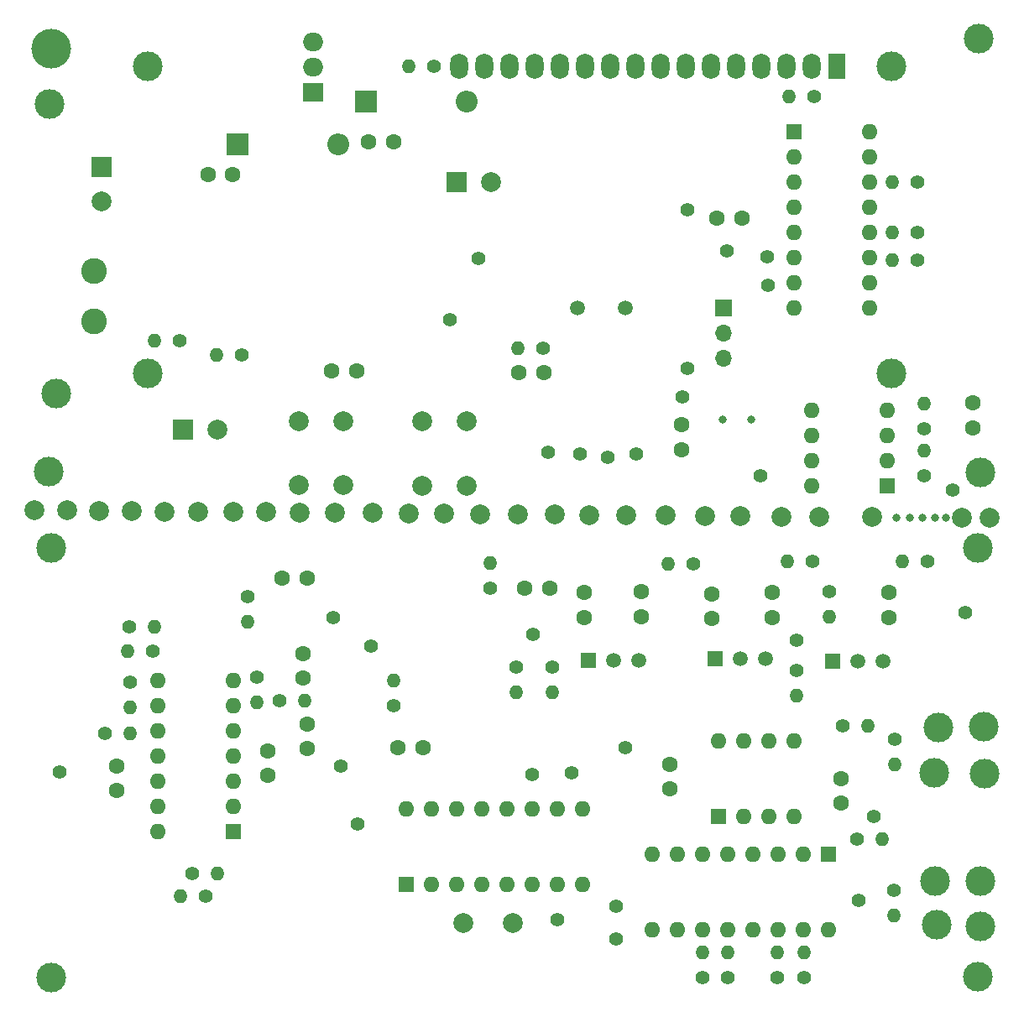
<source format=gbr>
%TF.GenerationSoftware,KiCad,Pcbnew,5.1.8-5.1.8*%
%TF.CreationDate,2021-09-03T20:09:13+08:00*%
%TF.ProjectId,lcr-1,6c63722d-312e-46b6-9963-61645f706362,rev?*%
%TF.SameCoordinates,Original*%
%TF.FileFunction,Soldermask,Bot*%
%TF.FilePolarity,Negative*%
%FSLAX46Y46*%
G04 Gerber Fmt 4.6, Leading zero omitted, Abs format (unit mm)*
G04 Created by KiCad (PCBNEW 5.1.8-5.1.8) date 2021-09-03 20:09:13*
%MOMM*%
%LPD*%
G01*
G04 APERTURE LIST*
%ADD10C,3.000000*%
%ADD11O,2.000000X1.905000*%
%ADD12R,2.000000X1.905000*%
%ADD13O,1.400000X1.400000*%
%ADD14C,1.400000*%
%ADD15O,1.800000X2.600000*%
%ADD16R,1.800000X2.600000*%
%ADD17O,1.600000X1.600000*%
%ADD18R,1.600000X1.600000*%
%ADD19C,1.600000*%
%ADD20R,1.500000X1.500000*%
%ADD21C,1.500000*%
%ADD22C,2.000000*%
%ADD23C,2.600000*%
%ADD24O,1.700000X1.700000*%
%ADD25R,1.700000X1.700000*%
%ADD26O,2.200000X2.200000*%
%ADD27R,2.200000X2.200000*%
%ADD28R,2.000000X2.000000*%
%ADD29C,4.000000*%
%ADD30C,0.800000*%
G04 APERTURE END LIST*
D10*
%TO.C,J11*%
X187830000Y-136660000D03*
%TD*%
%TO.C,J10*%
X187760000Y-131960000D03*
%TD*%
%TO.C,J9*%
X187470000Y-147500000D03*
%TD*%
%TO.C,J6*%
X187480000Y-152090000D03*
%TD*%
D11*
%TO.C,U8*%
X120159780Y-62857380D03*
X120159780Y-65397380D03*
D12*
X120159780Y-67937380D03*
%TD*%
D13*
%TO.C,R34*%
X110410000Y-94420000D03*
D14*
X112950000Y-94420000D03*
%TD*%
D13*
%TO.C,R33*%
X104130000Y-92980000D03*
D14*
X106670000Y-92980000D03*
%TD*%
D13*
%TO.C,R19*%
X172240000Y-120850000D03*
D14*
X172240000Y-118310000D03*
%TD*%
%TO.C,J12*%
X161838640Y-83908900D03*
%TD*%
%TO.C,J40*%
X166027100Y-87393780D03*
%TD*%
%TO.C,J39*%
X165925500Y-84548980D03*
%TD*%
%TO.C,J38*%
X157855920Y-79768700D03*
%TD*%
%TO.C,J37*%
X136794240Y-84696300D03*
%TD*%
%TO.C,J41*%
X133954520Y-90840560D03*
%TD*%
D10*
%TO.C,J36*%
X94200980Y-98298000D03*
%TD*%
%TO.C,J35*%
X93543120Y-69121020D03*
%TD*%
D14*
%TO.C,J34*%
X122130820Y-120886220D03*
%TD*%
%TO.C,J33*%
X168876980Y-123248420D03*
%TD*%
%TO.C,J32*%
X142288260Y-122593100D03*
%TD*%
%TO.C,J31*%
X184670700Y-108046520D03*
%TD*%
%TO.C,J30*%
X125948440Y-123789440D03*
%TD*%
%TO.C,J29*%
X185897520Y-120456960D03*
%TD*%
%TO.C,J28*%
X165232080Y-106596180D03*
%TD*%
%TO.C,J27*%
X122905520Y-135892540D03*
%TD*%
%TO.C,J26*%
X94561660Y-136512300D03*
%TD*%
%TO.C,J25*%
X146207480Y-136629140D03*
%TD*%
%TO.C,J24*%
X150670000Y-153380000D03*
%TD*%
%TO.C,J23*%
X152750000Y-104440000D03*
%TD*%
%TO.C,J22*%
X157413960Y-98668840D03*
%TD*%
%TO.C,J21*%
X143850360Y-104267000D03*
%TD*%
%TO.C,J20*%
X150677880Y-150040340D03*
%TD*%
%TO.C,J19*%
X157858460Y-95785940D03*
%TD*%
%TO.C,J18*%
X142229840Y-136718040D03*
%TD*%
%TO.C,J17*%
X144762220Y-151363680D03*
%TD*%
%TO.C,J15*%
X124655580Y-141747240D03*
%TD*%
%TO.C,J14*%
X147043140Y-104376220D03*
%TD*%
%TO.C,J13*%
X175201580Y-149458680D03*
%TD*%
%TO.C,J8*%
X151655780Y-134081520D03*
%TD*%
%TO.C,J7*%
X149877780Y-104744520D03*
%TD*%
D10*
%TO.C,J5*%
X183020000Y-151950000D03*
%TD*%
%TO.C,J4*%
X182900000Y-147490000D03*
%TD*%
%TO.C,J3*%
X182800000Y-136610000D03*
%TD*%
%TO.C,J2*%
X183180000Y-132010000D03*
%TD*%
D14*
%TO.C,J1*%
X176695100Y-140987780D03*
%TD*%
D10*
%TO.C,DS1*%
X103474000Y-65278000D03*
X103474520Y-96278700D03*
X178473100Y-96278700D03*
X178473100Y-65278000D03*
D15*
X134874000Y-65278000D03*
X137414000Y-65278000D03*
X139954000Y-65278000D03*
X142494000Y-65278000D03*
X145034000Y-65278000D03*
X147574000Y-65278000D03*
X150114000Y-65278000D03*
X152654000Y-65278000D03*
X155194000Y-65278000D03*
X157734000Y-65278000D03*
X160274000Y-65278000D03*
X162814000Y-65278000D03*
X165354000Y-65278000D03*
X167894000Y-65278000D03*
X170434000Y-65278000D03*
D16*
X172974000Y-65278000D03*
%TD*%
D13*
%TO.C,R16*%
X167939980Y-115255040D03*
D14*
X170479980Y-115255040D03*
%TD*%
D17*
%TO.C,U6*%
X170393360Y-107635040D03*
X178013360Y-100015040D03*
X170393360Y-105095040D03*
X178013360Y-102555040D03*
X170393360Y-102555040D03*
X178013360Y-105095040D03*
X170393360Y-100015040D03*
D18*
X178013360Y-107635040D03*
%TD*%
D17*
%TO.C,U5*%
X104444800Y-142534640D03*
X112064800Y-127294640D03*
X104444800Y-139994640D03*
X112064800Y-129834640D03*
X104444800Y-137454640D03*
X112064800Y-132374640D03*
X104444800Y-134914640D03*
X112064800Y-134914640D03*
X104444800Y-132374640D03*
X112064800Y-137454640D03*
X104444800Y-129834640D03*
X112064800Y-139994640D03*
X104444800Y-127294640D03*
D18*
X112064800Y-142534640D03*
%TD*%
D17*
%TO.C,U1*%
X160981160Y-133410400D03*
X168601160Y-141030400D03*
X163521160Y-133410400D03*
X166061160Y-141030400D03*
X166061160Y-133410400D03*
X163521160Y-141030400D03*
X168601160Y-133410400D03*
D18*
X160981160Y-141030400D03*
%TD*%
D13*
%TO.C,R36*%
X168148000Y-68326000D03*
D14*
X170688000Y-68326000D03*
%TD*%
D13*
%TO.C,R35*%
X129794000Y-65278000D03*
D14*
X132334000Y-65278000D03*
%TD*%
D13*
%TO.C,R32*%
X178562000Y-76962000D03*
D14*
X181102000Y-76962000D03*
%TD*%
%TO.C,R31*%
X181102000Y-84836000D03*
D13*
X178562000Y-84836000D03*
%TD*%
%TO.C,R30*%
X178562000Y-82042000D03*
D14*
X181102000Y-82042000D03*
%TD*%
D13*
%TO.C,R29*%
X113558320Y-121381520D03*
D14*
X113558320Y-118841520D03*
%TD*%
D13*
%TO.C,R26*%
X144277340Y-128440180D03*
D14*
X144277340Y-125900180D03*
%TD*%
D13*
%TO.C,R25*%
X140609580Y-128435100D03*
D14*
X140609580Y-125895100D03*
%TD*%
D13*
%TO.C,R28*%
X114477800Y-129458720D03*
D14*
X114477800Y-126918720D03*
%TD*%
D13*
%TO.C,R27*%
X119253000Y-129326640D03*
D14*
X116713000Y-129326640D03*
%TD*%
D13*
%TO.C,R23*%
X128254760Y-127259080D03*
D14*
X128254760Y-129799080D03*
%TD*%
D13*
%TO.C,R24*%
X168856920Y-128821180D03*
D14*
X168856920Y-126281180D03*
%TD*%
D13*
%TO.C,R22*%
X181797960Y-99314000D03*
D14*
X181797960Y-101854000D03*
%TD*%
D13*
%TO.C,R21*%
X181747160Y-104079040D03*
D14*
X181747160Y-106619040D03*
%TD*%
D13*
%TO.C,R18*%
X104124760Y-121828560D03*
D14*
X101584760Y-121828560D03*
%TD*%
D13*
%TO.C,R17*%
X101427280Y-124338080D03*
D14*
X103967280Y-124338080D03*
%TD*%
D13*
%TO.C,R15*%
X101630480Y-130022600D03*
D14*
X101630480Y-127482600D03*
%TD*%
D13*
%TO.C,R14*%
X101630480Y-132648960D03*
D14*
X99090480Y-132648960D03*
%TD*%
D13*
%TO.C,R20*%
X179570640Y-115224560D03*
D14*
X182110640Y-115224560D03*
%TD*%
D13*
%TO.C,R12*%
X110467140Y-146758660D03*
D14*
X107927140Y-146758660D03*
%TD*%
D13*
%TO.C,R13*%
X106710480Y-149026880D03*
D14*
X109250480Y-149026880D03*
%TD*%
D13*
%TO.C,R11*%
X155925780Y-115488720D03*
D14*
X158465780Y-115488720D03*
%TD*%
D13*
%TO.C,R10*%
X138000000Y-115460000D03*
D14*
X138000000Y-118000000D03*
%TD*%
D13*
%TO.C,R9*%
X177561240Y-143319500D03*
D14*
X175021240Y-143319500D03*
%TD*%
D13*
%TO.C,R8*%
X159385000Y-154716480D03*
D14*
X159385000Y-157256480D03*
%TD*%
D13*
%TO.C,R7*%
X169656760Y-154675840D03*
D14*
X169656760Y-157215840D03*
%TD*%
D13*
%TO.C,R6*%
X178704240Y-150977600D03*
D14*
X178704240Y-148437600D03*
%TD*%
D13*
%TO.C,R5*%
X178762000Y-135756660D03*
D14*
X178762000Y-133216660D03*
%TD*%
D13*
%TO.C,R4*%
X176093120Y-131820920D03*
D14*
X173553120Y-131820920D03*
%TD*%
D13*
%TO.C,R3*%
X140776960Y-93751400D03*
D14*
X143316960Y-93751400D03*
%TD*%
D13*
%TO.C,R2*%
X166984680Y-154675840D03*
D14*
X166984680Y-157215840D03*
%TD*%
D13*
%TO.C,R1*%
X161996120Y-154716480D03*
D14*
X161996120Y-157256480D03*
%TD*%
D19*
%TO.C,C13*%
X178191420Y-120902100D03*
X178191420Y-118402100D03*
%TD*%
%TO.C,C11*%
X166436300Y-120919880D03*
X166436300Y-118419880D03*
%TD*%
%TO.C,C9*%
X153243540Y-120841140D03*
X153243540Y-118341140D03*
%TD*%
D20*
%TO.C,Q2*%
X160642560Y-125082300D03*
D21*
X165722560Y-125082300D03*
X163182560Y-125082300D03*
%TD*%
D19*
%TO.C,C8*%
X147462500Y-120919880D03*
X147462500Y-118419880D03*
%TD*%
%TO.C,C18*%
X119496840Y-134148200D03*
X119496840Y-131648200D03*
%TD*%
%TO.C,C12*%
X186644280Y-99287960D03*
X186644280Y-101787960D03*
%TD*%
D21*
%TO.C,Y1*%
X146758000Y-89662000D03*
X151638000Y-89662000D03*
%TD*%
D17*
%TO.C,U7*%
X176276000Y-71882000D03*
X168656000Y-89662000D03*
X176276000Y-74422000D03*
X168656000Y-87122000D03*
X176276000Y-76962000D03*
X168656000Y-84582000D03*
X176276000Y-79502000D03*
X168656000Y-82042000D03*
X176276000Y-82042000D03*
X168656000Y-79502000D03*
X176276000Y-84582000D03*
X168656000Y-76962000D03*
X176276000Y-87122000D03*
X168656000Y-74422000D03*
X176276000Y-89662000D03*
D18*
X168656000Y-71882000D03*
%TD*%
D17*
%TO.C,U4*%
X172110400Y-152405080D03*
X154330400Y-144785080D03*
X169570400Y-152405080D03*
X156870400Y-144785080D03*
X167030400Y-152405080D03*
X159410400Y-144785080D03*
X164490400Y-152405080D03*
X161950400Y-144785080D03*
X161950400Y-152405080D03*
X164490400Y-144785080D03*
X159410400Y-152405080D03*
X167030400Y-144785080D03*
X156870400Y-152405080D03*
X169570400Y-144785080D03*
X154330400Y-152405080D03*
D18*
X172110400Y-144785080D03*
%TD*%
D17*
%TO.C,U3*%
X129514600Y-140238480D03*
X147294600Y-147858480D03*
X132054600Y-140238480D03*
X144754600Y-147858480D03*
X134594600Y-140238480D03*
X142214600Y-147858480D03*
X137134600Y-140238480D03*
X139674600Y-147858480D03*
X139674600Y-140238480D03*
X137134600Y-147858480D03*
X142214600Y-140238480D03*
X134594600Y-147858480D03*
X144754600Y-140238480D03*
X132054600Y-147858480D03*
X147294600Y-140238480D03*
D18*
X129514600Y-147858480D03*
%TD*%
D22*
%TO.C,SW2*%
X131150360Y-107602160D03*
X135650360Y-107602160D03*
X131150360Y-101102160D03*
X135650360Y-101102160D03*
%TD*%
%TO.C,SW1*%
X123149360Y-101074080D03*
X118649360Y-101074080D03*
X123149360Y-107574080D03*
X118649360Y-107574080D03*
%TD*%
D20*
%TO.C,Q3*%
X172567860Y-125318520D03*
D21*
X177647860Y-125318520D03*
X175107860Y-125318520D03*
%TD*%
D20*
%TO.C,Q1*%
X147896840Y-125239780D03*
D21*
X152976840Y-125239780D03*
X150436840Y-125239780D03*
%TD*%
D23*
%TO.C,L1*%
X98000000Y-86000000D03*
X98000000Y-91000000D03*
%TD*%
D24*
%TO.C,J16*%
X161544000Y-94742000D03*
X161544000Y-92202000D03*
D25*
X161544000Y-89662000D03*
%TD*%
D26*
%TO.C,D3*%
X135636000Y-68834000D03*
D27*
X125476000Y-68834000D03*
%TD*%
D26*
%TO.C,D1*%
X122682000Y-73152000D03*
D27*
X112522000Y-73152000D03*
%TD*%
D19*
%TO.C,C17*%
X119151400Y-124535560D03*
X119151400Y-127035560D03*
%TD*%
%TO.C,C25*%
X163358200Y-80665320D03*
X160858200Y-80665320D03*
%TD*%
%TO.C,C19*%
X119502560Y-116951760D03*
X117002560Y-116951760D03*
%TD*%
%TO.C,C16*%
X100279200Y-135904600D03*
X100279200Y-138404600D03*
%TD*%
%TO.C,C15*%
X115590320Y-134367900D03*
X115590320Y-136867900D03*
%TD*%
%TO.C,C14*%
X131206880Y-134086600D03*
X128706880Y-134086600D03*
%TD*%
%TO.C,C5*%
X140873480Y-96205040D03*
X143373480Y-96205040D03*
%TD*%
%TO.C,C10*%
X160365700Y-121024020D03*
X160365700Y-118524020D03*
%TD*%
D22*
%TO.C,C27*%
X110500000Y-102000000D03*
D28*
X107000000Y-102000000D03*
%TD*%
D22*
%TO.C,C26*%
X138120000Y-76962000D03*
D28*
X134620000Y-76962000D03*
%TD*%
D19*
%TO.C,C24*%
X124500000Y-96000000D03*
X122000000Y-96000000D03*
%TD*%
%TO.C,C23*%
X128230000Y-72898000D03*
X125730000Y-72898000D03*
%TD*%
D22*
%TO.C,C22*%
X98806000Y-78938000D03*
D28*
X98806000Y-75438000D03*
%TD*%
D19*
%TO.C,C21*%
X109514000Y-76200000D03*
X112014000Y-76200000D03*
%TD*%
%TO.C,C6*%
X157332680Y-101462200D03*
X157332680Y-103962200D03*
%TD*%
%TO.C,C7*%
X141500000Y-118000000D03*
X144000000Y-118000000D03*
%TD*%
%TO.C,C4*%
X173385480Y-139665080D03*
X173385480Y-137165080D03*
%TD*%
%TO.C,C3*%
X156128720Y-135706480D03*
X156128720Y-138206480D03*
%TD*%
D29*
X93726000Y-63500000D03*
D22*
X92008960Y-110093760D03*
X95290640Y-110124240D03*
X98501200Y-110144560D03*
X101848920Y-110164880D03*
X105115360Y-110220760D03*
X108518960Y-110230920D03*
X112069880Y-110261400D03*
X115402360Y-110271560D03*
X118780560Y-110352840D03*
X122326400Y-110327440D03*
X126121160Y-110383320D03*
X129809240Y-110408720D03*
X133334760Y-110423960D03*
X136966960Y-110484920D03*
X140776960Y-110510320D03*
X144505680Y-110525560D03*
X147970240Y-110556040D03*
X151739600Y-110601760D03*
X155717240Y-110617000D03*
X159659320Y-110672880D03*
X163240720Y-110688120D03*
X167370760Y-110728760D03*
X171160440Y-110754160D03*
X176509680Y-110754160D03*
X185536840Y-110876080D03*
X188396880Y-110845600D03*
D30*
X178998880Y-110810040D03*
X180334920Y-110825280D03*
X181559200Y-110845600D03*
X182839360Y-110855760D03*
X183941720Y-110865920D03*
D10*
X187269120Y-62514480D03*
X187167520Y-113893600D03*
X187462160Y-106258360D03*
X93705680Y-157281880D03*
X93705680Y-113888520D03*
X93451680Y-106197400D03*
X187172600Y-157185360D03*
D30*
X161411920Y-100965000D03*
X164305000Y-100965000D03*
D22*
X140289280Y-151714200D03*
X135300720Y-151714200D03*
M02*

</source>
